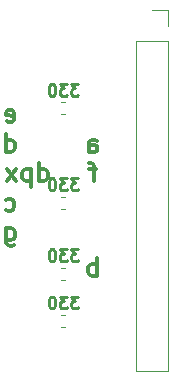
<source format=gbr>
G04 #@! TF.GenerationSoftware,KiCad,Pcbnew,5.1.9-73d0e3b20d~88~ubuntu20.04.1*
G04 #@! TF.CreationDate,2021-03-18T15:40:59+01:00*
G04 #@! TF.ProjectId,uven-mainboard,7576656e-2d6d-4616-996e-626f6172642e,rev?*
G04 #@! TF.SameCoordinates,Original*
G04 #@! TF.FileFunction,Legend,Bot*
G04 #@! TF.FilePolarity,Positive*
%FSLAX46Y46*%
G04 Gerber Fmt 4.6, Leading zero omitted, Abs format (unit mm)*
G04 Created by KiCad (PCBNEW 5.1.9-73d0e3b20d~88~ubuntu20.04.1) date 2021-03-18 15:40:59*
%MOMM*%
%LPD*%
G01*
G04 APERTURE LIST*
%ADD10C,0.250000*%
%ADD11C,0.300000*%
%ADD12C,0.120000*%
G04 APERTURE END LIST*
D10*
X228785714Y-109952380D02*
X228166666Y-109952380D01*
X228500000Y-110333333D01*
X228357142Y-110333333D01*
X228261904Y-110380952D01*
X228214285Y-110428571D01*
X228166666Y-110523809D01*
X228166666Y-110761904D01*
X228214285Y-110857142D01*
X228261904Y-110904761D01*
X228357142Y-110952380D01*
X228642857Y-110952380D01*
X228738095Y-110904761D01*
X228785714Y-110857142D01*
X227833333Y-109952380D02*
X227214285Y-109952380D01*
X227547619Y-110333333D01*
X227404761Y-110333333D01*
X227309523Y-110380952D01*
X227261904Y-110428571D01*
X227214285Y-110523809D01*
X227214285Y-110761904D01*
X227261904Y-110857142D01*
X227309523Y-110904761D01*
X227404761Y-110952380D01*
X227690476Y-110952380D01*
X227785714Y-110904761D01*
X227833333Y-110857142D01*
X226595238Y-109952380D02*
X226500000Y-109952380D01*
X226404761Y-110000000D01*
X226357142Y-110047619D01*
X226309523Y-110142857D01*
X226261904Y-110333333D01*
X226261904Y-110571428D01*
X226309523Y-110761904D01*
X226357142Y-110857142D01*
X226404761Y-110904761D01*
X226500000Y-110952380D01*
X226595238Y-110952380D01*
X226690476Y-110904761D01*
X226738095Y-110857142D01*
X226785714Y-110761904D01*
X226833333Y-110571428D01*
X226833333Y-110333333D01*
X226785714Y-110142857D01*
X226738095Y-110047619D01*
X226690476Y-110000000D01*
X226595238Y-109952380D01*
X228785714Y-105952380D02*
X228166666Y-105952380D01*
X228500000Y-106333333D01*
X228357142Y-106333333D01*
X228261904Y-106380952D01*
X228214285Y-106428571D01*
X228166666Y-106523809D01*
X228166666Y-106761904D01*
X228214285Y-106857142D01*
X228261904Y-106904761D01*
X228357142Y-106952380D01*
X228642857Y-106952380D01*
X228738095Y-106904761D01*
X228785714Y-106857142D01*
X227833333Y-105952380D02*
X227214285Y-105952380D01*
X227547619Y-106333333D01*
X227404761Y-106333333D01*
X227309523Y-106380952D01*
X227261904Y-106428571D01*
X227214285Y-106523809D01*
X227214285Y-106761904D01*
X227261904Y-106857142D01*
X227309523Y-106904761D01*
X227404761Y-106952380D01*
X227690476Y-106952380D01*
X227785714Y-106904761D01*
X227833333Y-106857142D01*
X226595238Y-105952380D02*
X226500000Y-105952380D01*
X226404761Y-106000000D01*
X226357142Y-106047619D01*
X226309523Y-106142857D01*
X226261904Y-106333333D01*
X226261904Y-106571428D01*
X226309523Y-106761904D01*
X226357142Y-106857142D01*
X226404761Y-106904761D01*
X226500000Y-106952380D01*
X226595238Y-106952380D01*
X226690476Y-106904761D01*
X226738095Y-106857142D01*
X226785714Y-106761904D01*
X226833333Y-106571428D01*
X226833333Y-106333333D01*
X226785714Y-106142857D01*
X226738095Y-106047619D01*
X226690476Y-106000000D01*
X226595238Y-105952380D01*
X228785714Y-99952380D02*
X228166666Y-99952380D01*
X228500000Y-100333333D01*
X228357142Y-100333333D01*
X228261904Y-100380952D01*
X228214285Y-100428571D01*
X228166666Y-100523809D01*
X228166666Y-100761904D01*
X228214285Y-100857142D01*
X228261904Y-100904761D01*
X228357142Y-100952380D01*
X228642857Y-100952380D01*
X228738095Y-100904761D01*
X228785714Y-100857142D01*
X227833333Y-99952380D02*
X227214285Y-99952380D01*
X227547619Y-100333333D01*
X227404761Y-100333333D01*
X227309523Y-100380952D01*
X227261904Y-100428571D01*
X227214285Y-100523809D01*
X227214285Y-100761904D01*
X227261904Y-100857142D01*
X227309523Y-100904761D01*
X227404761Y-100952380D01*
X227690476Y-100952380D01*
X227785714Y-100904761D01*
X227833333Y-100857142D01*
X226595238Y-99952380D02*
X226500000Y-99952380D01*
X226404761Y-100000000D01*
X226357142Y-100047619D01*
X226309523Y-100142857D01*
X226261904Y-100333333D01*
X226261904Y-100571428D01*
X226309523Y-100761904D01*
X226357142Y-100857142D01*
X226404761Y-100904761D01*
X226500000Y-100952380D01*
X226595238Y-100952380D01*
X226690476Y-100904761D01*
X226738095Y-100857142D01*
X226785714Y-100761904D01*
X226833333Y-100571428D01*
X226833333Y-100333333D01*
X226785714Y-100142857D01*
X226738095Y-100047619D01*
X226690476Y-100000000D01*
X226595238Y-99952380D01*
X228785714Y-91952380D02*
X228166666Y-91952380D01*
X228500000Y-92333333D01*
X228357142Y-92333333D01*
X228261904Y-92380952D01*
X228214285Y-92428571D01*
X228166666Y-92523809D01*
X228166666Y-92761904D01*
X228214285Y-92857142D01*
X228261904Y-92904761D01*
X228357142Y-92952380D01*
X228642857Y-92952380D01*
X228738095Y-92904761D01*
X228785714Y-92857142D01*
X227833333Y-91952380D02*
X227214285Y-91952380D01*
X227547619Y-92333333D01*
X227404761Y-92333333D01*
X227309523Y-92380952D01*
X227261904Y-92428571D01*
X227214285Y-92523809D01*
X227214285Y-92761904D01*
X227261904Y-92857142D01*
X227309523Y-92904761D01*
X227404761Y-92952380D01*
X227690476Y-92952380D01*
X227785714Y-92904761D01*
X227833333Y-92857142D01*
X226595238Y-91952380D02*
X226500000Y-91952380D01*
X226404761Y-92000000D01*
X226357142Y-92047619D01*
X226309523Y-92142857D01*
X226261904Y-92333333D01*
X226261904Y-92571428D01*
X226309523Y-92761904D01*
X226357142Y-92857142D01*
X226404761Y-92904761D01*
X226500000Y-92952380D01*
X226595238Y-92952380D01*
X226690476Y-92904761D01*
X226738095Y-92857142D01*
X226785714Y-92761904D01*
X226833333Y-92571428D01*
X226833333Y-92333333D01*
X226785714Y-92142857D01*
X226738095Y-92047619D01*
X226690476Y-92000000D01*
X226595238Y-91952380D01*
D11*
X229678571Y-97678571D02*
X229678571Y-96892857D01*
X229750000Y-96750000D01*
X229892857Y-96678571D01*
X230178571Y-96678571D01*
X230321428Y-96750000D01*
X229678571Y-97607142D02*
X229821428Y-97678571D01*
X230178571Y-97678571D01*
X230321428Y-97607142D01*
X230392857Y-97464285D01*
X230392857Y-97321428D01*
X230321428Y-97178571D01*
X230178571Y-97107142D01*
X229821428Y-97107142D01*
X229678571Y-97035714D01*
X230285714Y-99178571D02*
X229714285Y-99178571D01*
X230071428Y-100178571D02*
X230071428Y-98892857D01*
X230000000Y-98750000D01*
X229857142Y-98678571D01*
X229714285Y-98678571D01*
X230321428Y-108178571D02*
X230321428Y-106678571D01*
X230321428Y-107250000D02*
X230178571Y-107178571D01*
X229892857Y-107178571D01*
X229750000Y-107250000D01*
X229678571Y-107321428D01*
X229607142Y-107464285D01*
X229607142Y-107892857D01*
X229678571Y-108035714D01*
X229750000Y-108107142D01*
X229892857Y-108178571D01*
X230178571Y-108178571D01*
X230321428Y-108107142D01*
X222678571Y-104178571D02*
X222678571Y-105392857D01*
X222750000Y-105535714D01*
X222821428Y-105607142D01*
X222964285Y-105678571D01*
X223178571Y-105678571D01*
X223321428Y-105607142D01*
X222678571Y-105107142D02*
X222821428Y-105178571D01*
X223107142Y-105178571D01*
X223250000Y-105107142D01*
X223321428Y-105035714D01*
X223392857Y-104892857D01*
X223392857Y-104464285D01*
X223321428Y-104321428D01*
X223250000Y-104250000D01*
X223107142Y-104178571D01*
X222821428Y-104178571D01*
X222678571Y-104250000D01*
X222642857Y-102607142D02*
X222785714Y-102678571D01*
X223071428Y-102678571D01*
X223214285Y-102607142D01*
X223285714Y-102535714D01*
X223357142Y-102392857D01*
X223357142Y-101964285D01*
X223285714Y-101821428D01*
X223214285Y-101750000D01*
X223071428Y-101678571D01*
X222785714Y-101678571D01*
X222642857Y-101750000D01*
X225464285Y-100178571D02*
X225464285Y-98678571D01*
X225464285Y-100107142D02*
X225607142Y-100178571D01*
X225892857Y-100178571D01*
X226035714Y-100107142D01*
X226107142Y-100035714D01*
X226178571Y-99892857D01*
X226178571Y-99464285D01*
X226107142Y-99321428D01*
X226035714Y-99250000D01*
X225892857Y-99178571D01*
X225607142Y-99178571D01*
X225464285Y-99250000D01*
X224750000Y-99178571D02*
X224750000Y-100678571D01*
X224750000Y-99250000D02*
X224607142Y-99178571D01*
X224321428Y-99178571D01*
X224178571Y-99250000D01*
X224107142Y-99321428D01*
X224035714Y-99464285D01*
X224035714Y-99892857D01*
X224107142Y-100035714D01*
X224178571Y-100107142D01*
X224321428Y-100178571D01*
X224607142Y-100178571D01*
X224750000Y-100107142D01*
X223535714Y-100178571D02*
X222750000Y-99178571D01*
X223535714Y-99178571D02*
X222750000Y-100178571D01*
X222678571Y-97678571D02*
X222678571Y-96178571D01*
X222678571Y-97607142D02*
X222821428Y-97678571D01*
X223107142Y-97678571D01*
X223250000Y-97607142D01*
X223321428Y-97535714D01*
X223392857Y-97392857D01*
X223392857Y-96964285D01*
X223321428Y-96821428D01*
X223250000Y-96750000D01*
X223107142Y-96678571D01*
X222821428Y-96678571D01*
X222678571Y-96750000D01*
X222714285Y-95107142D02*
X222857142Y-95178571D01*
X223142857Y-95178571D01*
X223285714Y-95107142D01*
X223357142Y-94964285D01*
X223357142Y-94392857D01*
X223285714Y-94250000D01*
X223142857Y-94178571D01*
X222857142Y-94178571D01*
X222714285Y-94250000D01*
X222642857Y-94392857D01*
X222642857Y-94535714D01*
X223357142Y-94678571D01*
D12*
X227328733Y-93490000D02*
X227671267Y-93490000D01*
X227328733Y-94510000D02*
X227671267Y-94510000D01*
X227328733Y-102510000D02*
X227671267Y-102510000D01*
X227328733Y-101490000D02*
X227671267Y-101490000D01*
X227671267Y-108510000D02*
X227328733Y-108510000D01*
X227671267Y-107490000D02*
X227328733Y-107490000D01*
X227671267Y-111490000D02*
X227328733Y-111490000D01*
X227671267Y-112510000D02*
X227328733Y-112510000D01*
X236330000Y-116270000D02*
X233670000Y-116270000D01*
X236330000Y-88270000D02*
X236330000Y-116270000D01*
X233670000Y-88270000D02*
X233670000Y-116270000D01*
X236330000Y-88270000D02*
X233670000Y-88270000D01*
X236330000Y-87000000D02*
X236330000Y-85670000D01*
X236330000Y-85670000D02*
X235000000Y-85670000D01*
M02*

</source>
